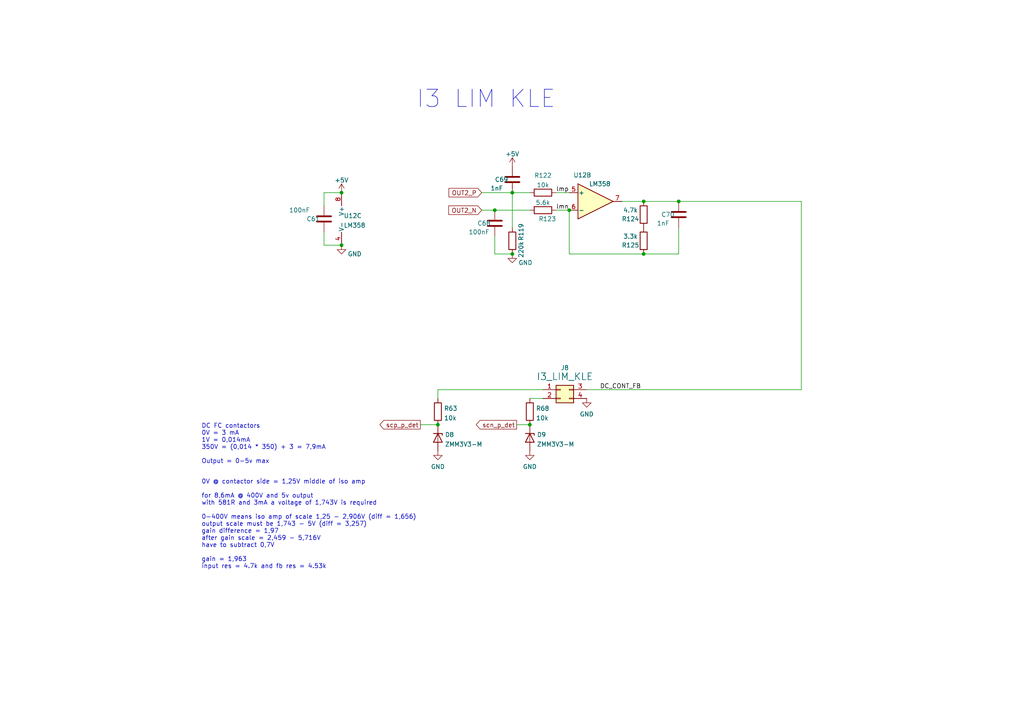
<source format=kicad_sch>
(kicad_sch (version 20230121) (generator eeschema)
  (paper "A4")
  (title_block (title "Tesla Model 3 Battery Controller") (date "2022-03-23") (rev "v0.3") (company "Wim Boone"))
  (lib_symbols
    (symbol "Amplifier_Operational:LM358" (pin_names (offset 0.127))
      (property "Reference" "U" (at 0 5.08 0))
      (property "Value" "LM358" (at 0 -5.08 0))
      (symbol "LM358_1_1"
        (polyline (pts (xy -5.08 5.08) (xy 5.08 0) (xy -5.08 -5.08) (xy -5.08 5.08)) (stroke (width 0.254)) (fill (type background)))
        (pin output line (at 7.62 0 180) (length 2.54) (name "~") (number "1"))
        (pin input line (at -7.62 -2.54 0) (length 2.54) (name "-") (number "2"))
        (pin input line (at -7.62 2.54 0) (length 2.54) (name "+") (number "3"))
      )
      (symbol "LM358_2_1"
        (polyline (pts (xy -5.08 5.08) (xy 5.08 0) (xy -5.08 -5.08) (xy -5.08 5.08)) (stroke (width 0.254)) (fill (type background)))
        (pin input line (at -7.62 2.54 0) (length 2.54) (name "+") (number "5"))
        (pin input line (at -7.62 -2.54 0) (length 2.54) (name "-") (number "6"))
        (pin output line (at 7.62 0 180) (length 2.54) (name "~") (number "7"))
      )
      (symbol "LM358_3_1"
        (pin power_in line (at -2.54 -7.62 90) (length 3.81) (name "V-") (number "4"))
        (pin power_in line (at -2.54 7.62 270) (length 3.81) (name "V+") (number "8"))
      )
    )
    (symbol "Connector_Generic:Conn_02x02_Top_Bottom" (pin_names (offset 1.016) hide)
      (property "Reference" "J" (at 1.27 2.54 0))
      (property "Value" "Conn_02x02_Top_Bottom" (at 1.27 -5.08 0))
      (symbol "Conn_02x02_Top_Bottom_1_1"
        (rectangle (start -1.27 -2.413) (end 0 -2.667) (stroke (width 0.1524)))
        (rectangle (start -1.27 0.127) (end 0 -0.127) (stroke (width 0.1524)))
        (rectangle (start -1.27 1.27) (end 3.81 -3.81) (stroke (width 0.254)) (fill (type background)))
        (rectangle (start 3.81 -2.413) (end 2.54 -2.667) (stroke (width 0.1524)))
        (rectangle (start 3.81 0.127) (end 2.54 -0.127) (stroke (width 0.1524)))
        (pin passive line (at -5.08 0 0) (length 3.81) (name "Pin_1") (number "1"))
        (pin passive line (at -5.08 -2.54 0) (length 3.81) (name "Pin_2") (number "2"))
        (pin passive line (at 7.62 0 180) (length 3.81) (name "Pin_3") (number "3"))
        (pin passive line (at 7.62 -2.54 180) (length 3.81) (name "Pin_4") (number "4"))
      )
    )
    (symbol "Device:C" (pin_numbers hide) (pin_names (offset 0.254))
      (property "Reference" "C" (at 0.635 2.54 0))
      (property "Value" "C" (at 0.635 -2.54 0))
      (symbol "C_0_1"
        (polyline (pts (xy -2.032 -0.762) (xy 2.032 -0.762)) (stroke (width 0.508)))
        (polyline (pts (xy -2.032 0.762) (xy 2.032 0.762)) (stroke (width 0.508)))
      )
      (symbol "C_1_1"
        (pin passive line (at 0 3.81 270) (length 2.794) (name "~") (number "1"))
        (pin passive line (at 0 -3.81 90) (length 2.794) (name "~") (number "2"))
      )
    )
    (symbol "Device:D_Zener" (pin_numbers hide) (pin_names (offset 1.016) hide)
      (property "Reference" "D" (at 0 2.54 0))
      (property "Value" "D_Zener" (at 0 -2.54 0))
      (symbol "D_Zener_0_1"
        (polyline (pts (xy 1.27 0) (xy -1.27 0)))
        (polyline (pts (xy -1.27 -1.27) (xy -1.27 1.27) (xy -0.762 1.27)) (stroke (width 0.254)))
        (polyline (pts (xy 1.27 -1.27) (xy 1.27 1.27) (xy -1.27 0) (xy 1.27 -1.27)) (stroke (width 0.254)))
      )
      (symbol "D_Zener_1_1"
        (pin passive line (at -3.81 0 0) (length 2.54) (name "K") (number "1"))
        (pin passive line (at 3.81 0 180) (length 2.54) (name "A") (number "2"))
      )
    )
    (symbol "Device:R" (pin_numbers hide) (pin_names (offset 0))
      (property "Reference" "R" (at 2.032 0 90))
      (property "Value" "R" (at 0 0 90))
      (symbol "R_0_1"
        (rectangle (start -1.016 -2.54) (end 1.016 2.54) (stroke (width 0.254)))
      )
      (symbol "R_1_1"
        (pin passive line (at 0 3.81 270) (length 1.27) (name "~") (number "1"))
        (pin passive line (at 0 -3.81 90) (length 1.27) (name "~") (number "2"))
      )
    )
    (symbol "power:+5V" (power) (pin_names (offset 0))
      (property "Value" "+5V" (at 0 3.556 0))
      (symbol "+5V_0_1"
        (polyline (pts (xy -0.762 1.27) (xy 0 2.54)))
        (polyline (pts (xy 0 0) (xy 0 2.54)))
        (polyline (pts (xy 0 2.54) (xy 0.762 1.27)))
      )
      (symbol "+5V_1_1"
        (pin power_in line (at 0 0 90) (length 0) hide (name "+5V") (number "1"))
      )
    )
    (symbol "power:GND" (power) (pin_names (offset 0))
      (property "Value" "GND" (at 0 -3.81 0))
      (symbol "GND_0_1"
        (polyline (pts (xy 0 0) (xy 0 -1.27) (xy 1.27 -1.27) (xy 0 -2.54) (xy -1.27 -1.27) (xy 0 -1.27)))
      )
      (symbol "GND_1_1"
        (pin power_in line (at 0 0 270) (length 0) hide (name "GND") (number "1"))
      )
    )
  )
  (junction (at 196.85 58.42))
  (junction (at 148.59 73.66))
  (junction (at 99.06 71.12))
  (junction (at 186.69 73.66))
  (junction (at 148.59 55.88))
  (junction (at 99.06 55.88))
  (junction (at 186.69 58.42))
  (junction (at 165.1 60.96))
  (junction (at 127 123.19))
  (junction (at 153.67 123.19))
  (junction (at 143.51 60.96))
  (wire (pts (xy 161.29 55.88) (xy 165.1 55.88)))
  (wire (pts (xy 121.92 123.19) (xy 127 123.19)))
  (wire (pts (xy 153.67 115.57) (xy 157.48 115.57)))
  (wire (pts (xy 139.7 60.96) (xy 143.51 60.96)))
  (wire (pts (xy 186.69 58.42) (xy 180.34 58.42)))
  (wire (pts (xy 148.59 55.88) (xy 153.67 55.88)))
  (wire (pts (xy 232.41 58.42) (xy 232.41 113.03)))
  (wire (pts (xy 93.98 71.12) (xy 99.06 71.12)))
  (wire (pts (xy 165.1 73.66) (xy 165.1 60.96)))
  (wire (pts (xy 93.98 59.69) (xy 93.98 55.88)))
  (wire (pts (xy 139.7 55.88) (xy 148.59 55.88)))
  (wire (pts (xy 161.29 60.96) (xy 165.1 60.96)))
  (wire (pts (xy 127 113.03) (xy 157.48 113.03)))
  (wire (pts (xy 93.98 67.31) (xy 93.98 71.12)))
  (wire (pts (xy 196.85 73.66) (xy 186.69 73.66)))
  (wire (pts (xy 165.1 73.66) (xy 186.69 73.66)))
  (wire (pts (xy 143.51 68.58) (xy 143.51 73.66)))
  (wire (pts (xy 143.51 73.66) (xy 148.59 73.66)))
  (wire (pts (xy 93.98 55.88) (xy 99.06 55.88)))
  (wire (pts (xy 127 113.03) (xy 127 115.57)))
  (wire (pts (xy 196.85 66.04) (xy 196.85 73.66)))
  (wire (pts (xy 196.85 58.42) (xy 186.69 58.42)))
  (wire (pts (xy 148.59 66.04) (xy 148.59 55.88)))
  (wire (pts (xy 143.51 60.96) (xy 153.67 60.96)))
  (wire (pts (xy 170.18 113.03) (xy 232.41 113.03)))
  (wire (pts (xy 149.86 123.19) (xy 153.67 123.19)))
  (wire (pts (xy 196.85 58.42) (xy 232.41 58.42)))
  (text "0V @ contactor side = 1,25V middle of iso amp\n\nfor 8,6mA @ 400V and 5v output\nwith 581R and 3mA a voltage of 1,743V is required\n\n0-400V means iso amp of scale 1,25 - 2,906V (diff = 1,656)\noutput scale must be 1,743 - 5V (diff = 3,257)\ngain difference = 1,97\nafter gain scale = 2,459 - 5,716V\nhave to subtract 0,7V\n\ngain = 1,963\ninput res = 4.7k and fb res = 4.53k" (at 58.42 165.1 0) (effects (font (size 1.27 1.27)) (justify left bottom)))
  (text "DC FC contactors\n0V = 3 mA\n1V = 0,014mA\n350V = (0,014 * 350) + 3 = 7,9mA\n\nOutput = 0-5v max" (at 58.42 134.62 0) (effects (font (size 1.27 1.27)) (justify left bottom)))
  (text "I3 LIM KLE" (at 120.65 31.75 0) (effects (font (size 5 5)) (justify left bottom)))
  (label "lmp" (at 161.29 55.88 0))
  (label "DC_CONT_FB" (at 173.99 113.03 0))
  (label "lmn" (at 161.29 60.96 0))
  (global_label "scp_p_det" (shape output) (at 121.92 123.19 180) (property "Intersheetrefs" "${INTERSHEET_REFS}" (effects hide)))
  (global_label "scn_p_det" (shape output) (at 149.86 123.19 180) (property "Intersheetrefs" "${INTERSHEET_REFS}" (effects hide)))
  (global_label "OUT2_P" (shape input) (at 139.7 55.88 180) (property "Intersheetrefs" "${INTERSHEET_REFS}" (effects hide)))
  (global_label "OUT2_N" (shape input) (at 139.7 60.96 180) (property "Intersheetrefs" "${INTERSHEET_REFS}" (effects hide)))
  (symbol (lib_id "Device:R") (at 127 119.38 180) (unit 1)
    (property "Reference" "R63" (at 128.778 118.4715 0) (effects (justify right)))
    (property "Value" "10k" (at 128.778 121.2466 0) (effects (justify right)))
    (property "Footprint" "Resistor_SMD:R_0603_1608Metric" (effects hide))
    (property "LCSC Part" "C25804" (effects hide))
    (property "Description" "100mW Thick Film Resistors ±100ppm/℃ ±1% 10kΩ 0603  Chip Resistor - Surface Mount ROHS" (effects hide))
  )
  (symbol (lib_id "Device:R") (at 157.48 60.96 270) (unit 1)
    (property "Reference" "R123" (at 158.75 63.5 90))
    (property "Value" "5.6k" (at 157.48 58.7526 90))
    (property "Footprint" "Resistor_SMD:R_0603_1608Metric" (effects hide))
    (property "Description" "100mW Thick Film Resistors ±100ppm/℃ ±1% 5.6kΩ 0603  Chip Resistor - Surface Mount ROHS" (effects hide))
    (property "LCSC Part" "C23189" (effects hide))
  )
  (symbol (lib_id "Device:R") (at 186.69 62.23 0) (unit 1)
    (property "Reference" "R124" (at 182.88 63.5 0))
    (property "Value" "4.7k" (at 182.88 60.96 0))
    (property "Footprint" "Resistor_SMD:R_0603_1608Metric" (effects hide))
    (property "Description" "100mW Thick Film Resistors ±100ppm/℃ ±1% 4.7kΩ 0603  Chip Resistor - Surface Mount ROHS" (effects hide))
    (property "LCSC Part" "C23162" (effects hide))
  )
  (symbol (lib_id "power:GND") (at 127 130.81 0) (unit 1)
    (property "Reference" "#PWR0234" (effects hide))
    (property "Value" "GND" (at 127 135.3724 0))
  )
  (symbol (lib_id "power:+5V") (at 148.59 48.26 0) (unit 1)
    (property "Reference" "#PWR0288" (effects hide))
    (property "Value" "+5V" (at 148.59 44.6555 0))
  )
  (symbol (lib_id "Device:C") (at 196.85 62.23 0) (unit 1)
    (property "Reference" "C70" (at 191.77 62.23 0) (effects (justify left)))
    (property "Value" "1nF" (at 190.5 64.77 0) (effects (justify left)))
    (property "Footprint" "Capacitor_SMD:C_0603_1608Metric" (effects hide))
    (property "LCSC Part" "C1588" (effects hide))
    (property "Description" "50V 1nF X7R ±10% 0603  Multilayer Ceramic Capacitors MLCC - SMD/SMT ROHS" (effects hide))
  )
  (symbol (lib_id "power:GND") (at 99.06 71.12 0) (unit 1)
    (property "Reference" "#PWR0279" (effects hide))
    (property "Value" "GND" (at 102.87 73.66 0))
  )
  (symbol (lib_id "power:GND") (at 148.59 73.66 0) (unit 1)
    (property "Reference" "#PWR0283" (effects hide))
    (property "Value" "GND" (at 152.4 76.2 0))
  )
  (symbol (lib_id "Amplifier_Operational:LM358") (at 172.72 58.42 0) (unit 2)
    (property "Reference" "U12" (at 168.91 50.8 0))
    (property "Value" "LM358" (at 173.99 53.34 0))
    (property "Footprint" "Package_SO:SOIC-8_3.9x4.9mm_P1.27mm" (effects hide))
    (property "Datasheet" "http://www.ti.com/lit/ds/symlink/lm2904-n.pdf" (effects hide))
    (property "Description" "0.6 V/us 2 1MHz 3V ~ 32V, ±1.5V ~ 16V 1.5mA General Purpose SOIC-8_150mil Operational Amplifier ROHS" (effects hide))
    (property "LCSC Part" "C7950" (effects hide))
  )
  (symbol (lib_id "Device:C") (at 148.59 52.07 0) (unit 1)
    (property "Reference" "C69" (at 143.51 52.07 0) (effects (justify left)))
    (property "Value" "1nF" (at 142.24 54.61 0) (effects (justify left)))
    (property "Footprint" "Capacitor_SMD:C_0603_1608Metric" (effects hide))
    (property "LCSC Part" "C1588" (effects hide))
    (property "Description" "50V 1nF X7R ±10% 0603  Multilayer Ceramic Capacitors MLCC - SMD/SMT ROHS" (effects hide))
  )
  (symbol (lib_id "Connector_Generic:Conn_02x02_Top_Bottom") (at 162.56 113.03 0) (unit 1)
    (property "Reference" "J8" (at 163.83 106.68 0))
    (property "Value" "I3_LIM_KLE" (at 163.83 109.22 0) (effects (font (size 2 2))))
    (property "Footprint" "Connectors_Molex:Molex_MiniFit-JR-5569-04A2_2x02x4.20mm_Angled" (effects hide))
    (property "Mouser Price/Stock" "https://nl.mouser.com/ProductDetail/Molex/26-01-3115?qs=ZhwKFWhxrSGK%252BR23HkHJ9A%3D%3D" (effects hide))
    (property "Mouser Part Number" "538-26-01-3115" (effects hide))
    (property "Manufacturer_Part_Number" "26-01-3115" (effects hide))
  )
  (symbol (lib_id "Amplifier_Operational:LM358") (at 101.6 63.5 0) (unit 3)
    (property "Reference" "U12" (at 99.695 62.5915 0) (effects (justify left)))
    (property "Value" "LM358" (at 99.695 65.3666 0) (effects (justify left)))
    (property "Footprint" "Package_SO:SOIC-8_3.9x4.9mm_P1.27mm" (effects hide))
    (property "Datasheet" "http://www.ti.com/lit/ds/symlink/lm2904-n.pdf" (effects hide))
    (property "Description" "0.6 V/us 2 1MHz 3V ~ 32V, ±1.5V ~ 16V 1.5mA General Purpose SOIC-8_150mil Operational Amplifier ROHS" (effects hide))
    (property "LCSC Part" "C7950" (effects hide))
  )
  (symbol (lib_id "power:+5V") (at 99.06 55.88 0) (unit 1)
    (property "Reference" "#PWR0281" (effects hide))
    (property "Value" "+5V" (at 99.06 52.2755 0))
  )
  (symbol (lib_id "Device:D_Zener") (at 153.67 127 270) (unit 1)
    (property "Reference" "D9" (at 155.702 126.0915 90) (effects (justify left)))
    (property "Value" "ZMM3V3-M" (at 155.702 128.8666 90) (effects (justify left)))
    (property "Footprint" "Diode_SMD:D_MiniMELF" (effects hide))
    (property "Datasheet" "https://datasheet.lcsc.com/lcsc/1811142211_ST-Semtech-ZMM3V3-M_C8056.pdf" (effects hide))
    (property "LCSC Part" "C8056" (effects hide))
    (property "Description" "Single 3.1V~3.5V 500mW 3.3V LL-34  Zener Diodes ROHS" (effects hide))
  )
  (symbol (lib_id "Device:R") (at 186.69 69.85 180) (unit 1)
    (property "Reference" "R125" (at 182.88 71.12 0))
    (property "Value" "3.3k" (at 182.88 68.58 0))
    (property "Footprint" "Resistor_SMD:R_0603_1608Metric" (effects hide))
    (property "Description" "100mW Thick Film Resistors ±100ppm/℃ ±1% 3.3kΩ 0603  Chip Resistor - Surface Mount ROHS" (effects hide))
    (property "LCSC Part" "C22978" (effects hide))
  )
  (symbol (lib_id "Device:D_Zener") (at 127 127 270) (unit 1)
    (property "Reference" "D8" (at 129.032 126.0915 90) (effects (justify left)))
    (property "Value" "ZMM3V3-M" (at 129.032 128.8666 90) (effects (justify left)))
    (property "Footprint" "Diode_SMD:D_MiniMELF" (effects hide))
    (property "Datasheet" "https://datasheet.lcsc.com/lcsc/1811142211_ST-Semtech-ZMM3V3-M_C8056.pdf" (effects hide))
    (property "LCSC Part" "C8056" (effects hide))
    (property "Description" "Single 3.1V~3.5V 500mW 3.3V LL-34  Zener Diodes ROHS" (effects hide))
  )
  (symbol (lib_id "Device:C") (at 93.98 63.5 0) (unit 1)
    (property "Reference" "C61" (at 88.9 63.5 0) (effects (justify left)))
    (property "Value" "100nF" (at 83.82 60.96 0) (effects (justify left)))
    (property "Footprint" "Capacitor_SMD:C_0603_1608Metric" (effects hide))
    (property "LCSC Part" "C14663" (effects hide))
    (property "Description" "50V 100nF X7R ±10% 0603  Multilayer Ceramic Capacitors MLCC - SMD/SMT ROHS" (effects hide))
  )
  (symbol (lib_id "power:GND") (at 170.18 115.57 0) (unit 1)
    (property "Reference" "#PWR065" (effects hide))
    (property "Value" "GND" (at 170.18 120.1324 0))
  )
  (symbol (lib_id "Device:R") (at 153.67 119.38 180) (unit 1)
    (property "Reference" "R68" (at 155.448 118.4715 0) (effects (justify right)))
    (property "Value" "10k" (at 155.448 121.2466 0) (effects (justify right)))
    (property "Footprint" "Resistor_SMD:R_0603_1608Metric" (effects hide))
    (property "LCSC Part" "C25804" (effects hide))
    (property "Description" "100mW Thick Film Resistors ±100ppm/℃ ±1% 10kΩ 0603  Chip Resistor - Surface Mount ROHS" (effects hide))
  )
  (symbol (lib_id "Device:R") (at 157.48 55.88 270) (unit 1)
    (property "Reference" "R122" (at 157.48 50.8975 90))
    (property "Value" "10k" (at 157.48 53.6726 90))
    (property "Footprint" "Resistor_SMD:R_0603_1608Metric" (effects hide))
    (property "LCSC Part" "C25804" (effects hide))
    (property "Description" "100mW Thick Film Resistors ±100ppm/℃ ±1% 10kΩ 0603  Chip Resistor - Surface Mount ROHS" (effects hide))
  )
  (symbol (lib_id "power:GND") (at 153.67 130.81 0) (unit 1)
    (property "Reference" "#PWR0243" (effects hide))
    (property "Value" "GND" (at 153.67 135.3724 0))
  )
  (symbol (lib_id "Device:R") (at 148.59 69.85 0) (mirror y) (unit 1)
    (property "Reference" "R119" (at 151.13 67.31 90))
    (property "Value" "220k" (at 151.13 72.39 90))
    (property "Footprint" "Resistor_SMD:R_0603_1608Metric" (effects hide))
    (property "LCSC Part" "C22961" (effects hide))
    (property "Description" "100mW Thick Film Resistors ±100ppm/℃ ±1% 220kΩ 0603  Chip Resistor - Surface Mount ROHS" (effects hide))
  )
  (symbol (lib_id "Device:C") (at 143.51 64.77 0) (unit 1)
    (property "Reference" "C68" (at 138.43 64.77 0) (effects (justify left)))
    (property "Value" "100nF" (at 135.89 67.31 0) (effects (justify left)))
    (property "Footprint" "Capacitor_SMD:C_0603_1608Metric" (effects hide))
    (property "LCSC Part" "C14663" (effects hide))
    (property "Description" "50V 100nF X7R ±10% 0603  Multilayer Ceramic Capacitors MLCC - SMD/SMT ROHS" (effects hide))
  )
)
</source>
